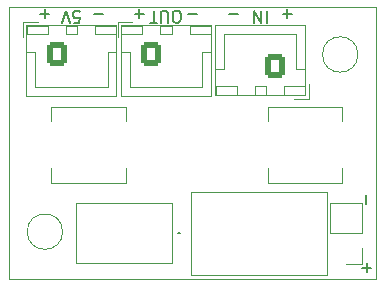
<source format=gto>
G04 #@! TF.GenerationSoftware,KiCad,Pcbnew,(6.0.0)*
G04 #@! TF.CreationDate,2022-01-28T16:52:25+09:00*
G04 #@! TF.ProjectId,power_module_new_clube_member,706f7765-725f-46d6-9f64-756c655f6e65,rev?*
G04 #@! TF.SameCoordinates,Original*
G04 #@! TF.FileFunction,Legend,Top*
G04 #@! TF.FilePolarity,Positive*
%FSLAX46Y46*%
G04 Gerber Fmt 4.6, Leading zero omitted, Abs format (unit mm)*
G04 Created by KiCad (PCBNEW (6.0.0)) date 2022-01-28 16:52:25*
%MOMM*%
%LPD*%
G01*
G04 APERTURE LIST*
G04 Aperture macros list*
%AMRoundRect*
0 Rectangle with rounded corners*
0 $1 Rounding radius*
0 $2 $3 $4 $5 $6 $7 $8 $9 X,Y pos of 4 corners*
0 Add a 4 corners polygon primitive as box body*
4,1,4,$2,$3,$4,$5,$6,$7,$8,$9,$2,$3,0*
0 Add four circle primitives for the rounded corners*
1,1,$1+$1,$2,$3*
1,1,$1+$1,$4,$5*
1,1,$1+$1,$6,$7*
1,1,$1+$1,$8,$9*
0 Add four rect primitives between the rounded corners*
20,1,$1+$1,$2,$3,$4,$5,0*
20,1,$1+$1,$4,$5,$6,$7,0*
20,1,$1+$1,$6,$7,$8,$9,0*
20,1,$1+$1,$8,$9,$2,$3,0*%
G04 Aperture macros list end*
%ADD10C,0.150000*%
G04 #@! TA.AperFunction,Profile*
%ADD11C,0.050000*%
G04 #@! TD*
%ADD12C,0.120000*%
%ADD13C,0.100000*%
%ADD14C,0.200000*%
%ADD15RoundRect,0.250000X0.600000X0.750000X-0.600000X0.750000X-0.600000X-0.750000X0.600000X-0.750000X0*%
%ADD16O,1.700000X2.000000*%
%ADD17RoundRect,0.250000X-0.600000X-0.750000X0.600000X-0.750000X0.600000X0.750000X-0.600000X0.750000X0*%
%ADD18C,1.635000*%
%ADD19C,2.550000*%
%ADD20R,6.000000X6.000000*%
%ADD21R,2.500000X2.000000*%
%ADD22R,1.700000X1.700000*%
%ADD23O,1.700000X1.700000*%
G04 APERTURE END LIST*
D10*
X126178571Y-84369047D02*
X126178571Y-85130952D01*
X125869047Y-90571428D02*
X126630952Y-90571428D01*
X126250000Y-90952380D02*
X126250000Y-90190476D01*
X117773809Y-68797619D02*
X117773809Y-69797619D01*
X117297619Y-68797619D02*
X117297619Y-69797619D01*
X116726190Y-68797619D01*
X116726190Y-69797619D01*
X110250000Y-69797619D02*
X110059523Y-69797619D01*
X109964285Y-69750000D01*
X109869047Y-69654761D01*
X109821428Y-69464285D01*
X109821428Y-69130952D01*
X109869047Y-68940476D01*
X109964285Y-68845238D01*
X110059523Y-68797619D01*
X110250000Y-68797619D01*
X110345238Y-68845238D01*
X110440476Y-68940476D01*
X110488095Y-69130952D01*
X110488095Y-69464285D01*
X110440476Y-69654761D01*
X110345238Y-69750000D01*
X110250000Y-69797619D01*
X109392857Y-69797619D02*
X109392857Y-68988095D01*
X109345238Y-68892857D01*
X109297619Y-68845238D01*
X109202380Y-68797619D01*
X109011904Y-68797619D01*
X108916666Y-68845238D01*
X108869047Y-68892857D01*
X108821428Y-68988095D01*
X108821428Y-69797619D01*
X108488095Y-69797619D02*
X107916666Y-69797619D01*
X108202380Y-68797619D02*
X108202380Y-69797619D01*
X101440476Y-69797619D02*
X101916666Y-69797619D01*
X101964285Y-69321428D01*
X101916666Y-69369047D01*
X101821428Y-69416666D01*
X101583333Y-69416666D01*
X101488095Y-69369047D01*
X101440476Y-69321428D01*
X101392857Y-69226190D01*
X101392857Y-68988095D01*
X101440476Y-68892857D01*
X101488095Y-68845238D01*
X101583333Y-68797619D01*
X101821428Y-68797619D01*
X101916666Y-68845238D01*
X101964285Y-68892857D01*
X101107142Y-69797619D02*
X100773809Y-68797619D01*
X100440476Y-69797619D01*
X103119047Y-69071428D02*
X103880952Y-69071428D01*
X98619047Y-69071428D02*
X99380952Y-69071428D01*
X99000000Y-69452380D02*
X99000000Y-68690476D01*
X111119047Y-69071428D02*
X111880952Y-69071428D01*
X106619047Y-69071428D02*
X107380952Y-69071428D01*
X107000000Y-69452380D02*
X107000000Y-68690476D01*
X114619047Y-69071428D02*
X115380952Y-69071428D01*
X119119047Y-69071428D02*
X119880952Y-69071428D01*
X119500000Y-69452380D02*
X119500000Y-68690476D01*
D11*
X96000000Y-68500000D02*
X96000000Y-69500000D01*
X127000000Y-68500000D02*
X96000000Y-68500000D01*
X127000000Y-69500000D02*
X127000000Y-68500000D01*
X96000000Y-69500000D02*
X96000000Y-91500000D01*
X127000000Y-91500000D02*
X127000000Y-69500000D01*
X96000000Y-91500000D02*
X127000000Y-91500000D01*
X125500000Y-72500000D02*
G75*
G03*
X125500000Y-72500000I-1500000J0D01*
G01*
X100500000Y-87500000D02*
G75*
G03*
X100500000Y-87500000I-1500000J0D01*
G01*
D12*
X121060000Y-75960000D02*
X121060000Y-69990000D01*
X121060000Y-69990000D02*
X113440000Y-69990000D01*
X113440000Y-69990000D02*
X113440000Y-75960000D01*
X113440000Y-75960000D02*
X121060000Y-75960000D01*
X117750000Y-75950000D02*
X117750000Y-75200000D01*
X117750000Y-75200000D02*
X116750000Y-75200000D01*
X116750000Y-75200000D02*
X116750000Y-75950000D01*
X116750000Y-75950000D02*
X117750000Y-75950000D01*
X121050000Y-75950000D02*
X121050000Y-75200000D01*
X121050000Y-75200000D02*
X119250000Y-75200000D01*
X119250000Y-75200000D02*
X119250000Y-75950000D01*
X119250000Y-75950000D02*
X121050000Y-75950000D01*
X115250000Y-75950000D02*
X115250000Y-75200000D01*
X115250000Y-75200000D02*
X113450000Y-75200000D01*
X113450000Y-75200000D02*
X113450000Y-75950000D01*
X113450000Y-75950000D02*
X115250000Y-75950000D01*
X121050000Y-73700000D02*
X120300000Y-73700000D01*
X120300000Y-73700000D02*
X120300000Y-70750000D01*
X120300000Y-70750000D02*
X117250000Y-70750000D01*
X113450000Y-73700000D02*
X114200000Y-73700000D01*
X114200000Y-73700000D02*
X114200000Y-70750000D01*
X114200000Y-70750000D02*
X117250000Y-70750000D01*
X120100000Y-76250000D02*
X121350000Y-76250000D01*
X121350000Y-76250000D02*
X121350000Y-75000000D01*
X97150000Y-69750000D02*
X97150000Y-71000000D01*
X98400000Y-69750000D02*
X97150000Y-69750000D01*
X104300000Y-75250000D02*
X101250000Y-75250000D01*
X104300000Y-72300000D02*
X104300000Y-75250000D01*
X105050000Y-72300000D02*
X104300000Y-72300000D01*
X98200000Y-75250000D02*
X101250000Y-75250000D01*
X98200000Y-72300000D02*
X98200000Y-75250000D01*
X97450000Y-72300000D02*
X98200000Y-72300000D01*
X105050000Y-70050000D02*
X103250000Y-70050000D01*
X105050000Y-70800000D02*
X105050000Y-70050000D01*
X103250000Y-70800000D02*
X105050000Y-70800000D01*
X103250000Y-70050000D02*
X103250000Y-70800000D01*
X99250000Y-70050000D02*
X97450000Y-70050000D01*
X99250000Y-70800000D02*
X99250000Y-70050000D01*
X97450000Y-70800000D02*
X99250000Y-70800000D01*
X97450000Y-70050000D02*
X97450000Y-70800000D01*
X101750000Y-70050000D02*
X100750000Y-70050000D01*
X101750000Y-70800000D02*
X101750000Y-70050000D01*
X100750000Y-70800000D02*
X101750000Y-70800000D01*
X100750000Y-70050000D02*
X100750000Y-70800000D01*
X105060000Y-70040000D02*
X97440000Y-70040000D01*
X105060000Y-76010000D02*
X105060000Y-70040000D01*
X97440000Y-76010000D02*
X105060000Y-76010000D01*
X97440000Y-70040000D02*
X97440000Y-76010000D01*
X105440000Y-70040000D02*
X105440000Y-76010000D01*
X105440000Y-76010000D02*
X113060000Y-76010000D01*
X113060000Y-76010000D02*
X113060000Y-70040000D01*
X113060000Y-70040000D02*
X105440000Y-70040000D01*
X108750000Y-70050000D02*
X108750000Y-70800000D01*
X108750000Y-70800000D02*
X109750000Y-70800000D01*
X109750000Y-70800000D02*
X109750000Y-70050000D01*
X109750000Y-70050000D02*
X108750000Y-70050000D01*
X105450000Y-70050000D02*
X105450000Y-70800000D01*
X105450000Y-70800000D02*
X107250000Y-70800000D01*
X107250000Y-70800000D02*
X107250000Y-70050000D01*
X107250000Y-70050000D02*
X105450000Y-70050000D01*
X111250000Y-70050000D02*
X111250000Y-70800000D01*
X111250000Y-70800000D02*
X113050000Y-70800000D01*
X113050000Y-70800000D02*
X113050000Y-70050000D01*
X113050000Y-70050000D02*
X111250000Y-70050000D01*
X105450000Y-72300000D02*
X106200000Y-72300000D01*
X106200000Y-72300000D02*
X106200000Y-75250000D01*
X106200000Y-75250000D02*
X109250000Y-75250000D01*
X113050000Y-72300000D02*
X112300000Y-72300000D01*
X112300000Y-72300000D02*
X112300000Y-75250000D01*
X112300000Y-75250000D02*
X109250000Y-75250000D01*
X106400000Y-69750000D02*
X105150000Y-69750000D01*
X105150000Y-69750000D02*
X105150000Y-71000000D01*
D13*
X109727500Y-90170000D02*
X109727500Y-85090000D01*
X109727500Y-85090000D02*
X101597500Y-85090000D01*
X101597500Y-85090000D02*
X101597500Y-90170000D01*
X101597500Y-90170000D02*
X109727500Y-90170000D01*
D14*
X110402500Y-87630000D02*
X110402500Y-87630000D01*
X110302500Y-87630000D02*
X110302500Y-87630000D01*
X110402500Y-87630000D02*
X110402500Y-87630000D01*
X110402500Y-87630000D02*
G75*
G03*
X110302500Y-87630000I-50000J0D01*
G01*
X110302500Y-87630000D02*
G75*
G03*
X110402500Y-87630000I50000J0D01*
G01*
X110402500Y-87630000D02*
G75*
G03*
X110302500Y-87630000I-50000J0D01*
G01*
D13*
X105835000Y-83345000D02*
X105835000Y-82145000D01*
X99535000Y-83345000D02*
X105835000Y-83345000D01*
X99535000Y-82145000D02*
X99535000Y-83345000D01*
X105835000Y-76945000D02*
X105835000Y-78145000D01*
X99535000Y-76945000D02*
X105835000Y-76945000D01*
X99535000Y-78145000D02*
X99535000Y-76945000D01*
X117850000Y-78145000D02*
X117850000Y-76945000D01*
X117850000Y-76945000D02*
X124150000Y-76945000D01*
X124150000Y-76945000D02*
X124150000Y-78145000D01*
X117850000Y-82145000D02*
X117850000Y-83345000D01*
X117850000Y-83345000D02*
X124150000Y-83345000D01*
X124150000Y-83345000D02*
X124150000Y-82145000D01*
D12*
X122880000Y-84130000D02*
X111380000Y-84130000D01*
X122880000Y-91130000D02*
X122880000Y-84130000D01*
X111380000Y-91130000D02*
X122880000Y-91130000D01*
X111380000Y-91130000D02*
X111380000Y-84130000D01*
X125830000Y-85035000D02*
X123170000Y-85035000D01*
X125830000Y-87635000D02*
X125830000Y-85035000D01*
X123170000Y-87635000D02*
X123170000Y-85035000D01*
X125830000Y-87635000D02*
X123170000Y-87635000D01*
X125830000Y-88905000D02*
X125830000Y-90235000D01*
X125830000Y-90235000D02*
X124500000Y-90235000D01*
%LPC*%
D15*
X118500000Y-73500000D03*
D16*
X116000000Y-73500000D03*
X102500000Y-72500000D03*
D17*
X100000000Y-72500000D03*
X108000000Y-72500000D03*
D16*
X110500000Y-72500000D03*
D18*
X108202500Y-87630000D03*
X105662500Y-87630000D03*
X103122500Y-87630000D03*
D19*
X106035000Y-80145000D03*
X99335000Y-80145000D03*
X117650000Y-80145000D03*
X124350000Y-80145000D03*
D20*
X114880000Y-87630000D03*
D21*
X121080000Y-89930000D03*
X121080000Y-85330000D03*
D22*
X124500000Y-88905000D03*
D23*
X124500000Y-86365000D03*
M02*

</source>
